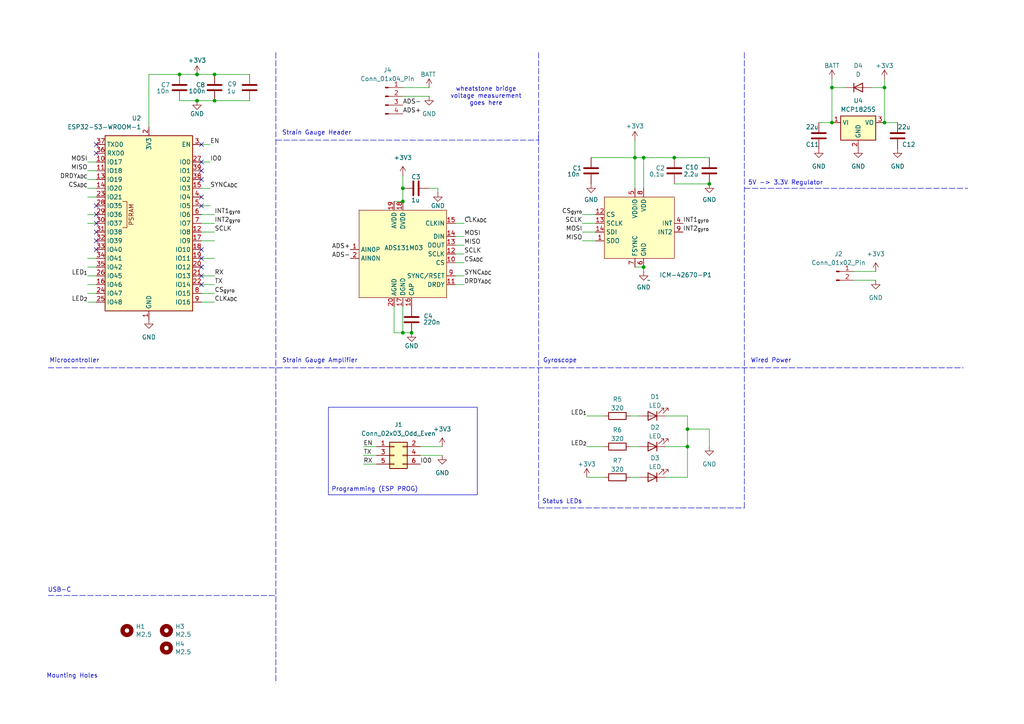
<source format=kicad_sch>
(kicad_sch (version 20231120) (generator "eeschema") (generator_version "8.0")
  (paper "A4")
  (lib_symbols
    (symbol "0_pwrmtr:ADS131M03"
      (property "Reference" "ADS131M03" (at -19.05 15.24 0))
      (symbol "ADS131M03_1_1"
        (rectangle (start -12.7 12.7) (end 12.7 -12.7) (fill (type background)))
        (pin input line (at -15.24 1.27 0) (length 2.54) (name "AIN0P") (number "1"))
        (pin input line (at 15.24 -2.54 180) (length 2.54) (name "CS") (number "10"))
        (pin input line (at 15.24 -8.89 180) (length 2.54) (name "DRDY") (number "11"))
        (pin input line (at 15.24 0 180) (length 2.54) (name "SCLK") (number "12"))
        (pin input line (at 15.24 2.54 180) (length 2.54) (name "DOUT") (number "13"))
        (pin input line (at 15.24 5.08 180) (length 2.54) (name "DIN") (number "14"))
        (pin input line (at 15.24 8.89 180) (length 2.54) (name "CLKIN") (number "15"))
        (pin input line (at 2.54 -15.24 90) (length 2.54) (name "CAP") (number "16"))
        (pin input line (at 0 -15.24 90) (length 2.54) (name "DGND") (number "17"))
        (pin input line (at 0 15.24 270) (length 2.54) (name "DVDD") (number "18"))
        (pin input line (at -2.54 15.24 270) (length 2.54) (name "AVDD") (number "19"))
        (pin input line (at -15.24 -1.27 0) (length 2.54) (name "AIN0N") (number "2"))
        (pin input line (at -2.54 -15.24 90) (length 2.54) (name "AGND") (number "20"))
        (pin input line (at -15.24 -8.89 0) (length 2.54) hide (name "AIN1N") (number "3"))
        (pin input line (at -15.24 -10.16 0) (length 2.54) hide (name "AIN1P") (number "4"))
        (pin input line (at -15.24 -11.43 0) (length 2.54) hide (name "AIN2P") (number "5"))
        (pin input line (at -12.7 -15.24 90) (length 2.54) hide (name "AIN2N") (number "6"))
        (pin input line (at -11.43 -15.24 90) (length 2.54) hide (name "NC") (number "7"))
        (pin input line (at -10.16 -15.24 90) (length 2.54) hide (name "NC") (number "8"))
        (pin input line (at 15.24 -6.35 180) (length 2.54) (name "SYNC/RSET") (number "9"))
      )
    )
    (symbol "0_pwrmtr:ICM-42670-P"
      (property "Reference" "ICM-42670-P" (at -21.59 12.7 0))
      (symbol "ICM-42670-P_1_1"
        (rectangle (start -10.16 8.89) (end 10.16 -8.89) (fill (type background)))
        (pin input line (at -12.7 -3.81 0) (length 2.54) (name "SDO") (number "1"))
        (pin no_connect line (at 5.08 11.43 270) (length 2.54) hide (name "NC") (number "10"))
        (pin no_connect line (at 7.62 11.43 270) (length 2.54) hide (name "NC") (number "11"))
        (pin input line (at -12.7 3.81 0) (length 2.54) (name "CS") (number "12"))
        (pin input line (at -12.7 1.27 0) (length 2.54) (name "SCLK") (number "13"))
        (pin input line (at -12.7 -1.27 0) (length 2.54) (name "SDI") (number "14"))
        (pin no_connect line (at -7.62 11.43 270) (length 2.54) hide (name "NC") (number "2"))
        (pin no_connect line (at -5.08 11.43 270) (length 2.54) hide (name "NC") (number "3"))
        (pin input line (at 12.7 1.27 180) (length 2.54) (name "INT") (number "4"))
        (pin input line (at -1.27 11.43 270) (length 2.54) (name "VDDIO") (number "5"))
        (pin input line (at 1.27 -11.43 90) (length 2.54) (name "GND") (number "6"))
        (pin input line (at -1.27 -11.43 90) (length 2.54) (name "FSYNC") (number "7"))
        (pin input line (at 1.27 11.43 270) (length 2.54) (name "VDD") (number "8"))
        (pin input line (at 12.7 -1.27 180) (length 2.54) (name "INT2") (number "9"))
      )
    )
    (symbol "Connector:Conn_01x02_Pin" (pin_names (offset 1.016) hide)
      (property "Reference" "J" (at 0 2.54 0))
      (property "Value" "Conn_01x02_Pin" (at 0 -5.08 0))
      (symbol "Conn_01x02_Pin_1_1"
        (polyline (pts (xy 1.27 -2.54) (xy 0.8636 -2.54)) (stroke (width 0.1524)))
        (polyline (pts (xy 1.27 0) (xy 0.8636 0)) (stroke (width 0.1524)))
        (rectangle (start 0.8636 -2.413) (end 0 -2.667) (stroke (width 0.1524)) (fill (type outline)))
        (rectangle (start 0.8636 0.127) (end 0 -0.127) (stroke (width 0.1524)) (fill (type outline)))
        (pin passive line (at 5.08 0 180) (length 3.81) (name "Pin_1") (number "1"))
        (pin passive line (at 5.08 -2.54 180) (length 3.81) (name "Pin_2") (number "2"))
      )
    )
    (symbol "Connector:Conn_01x04_Pin" (pin_names (offset 1.016) hide)
      (property "Reference" "J" (at 0 5.08 0))
      (property "Value" "Conn_01x04_Pin" (at 0 -7.62 0))
      (symbol "Conn_01x04_Pin_1_1"
        (polyline (pts (xy 1.27 -5.08) (xy 0.8636 -5.08)) (stroke (width 0.1524)))
        (polyline (pts (xy 1.27 -2.54) (xy 0.8636 -2.54)) (stroke (width 0.1524)))
        (polyline (pts (xy 1.27 0) (xy 0.8636 0)) (stroke (width 0.1524)))
        (polyline (pts (xy 1.27 2.54) (xy 0.8636 2.54)) (stroke (width 0.1524)))
        (rectangle (start 0.8636 -4.953) (end 0 -5.207) (stroke (width 0.1524)) (fill (type outline)))
        (rectangle (start 0.8636 -2.413) (end 0 -2.667) (stroke (width 0.1524)) (fill (type outline)))
        (rectangle (start 0.8636 0.127) (end 0 -0.127) (stroke (width 0.1524)) (fill (type outline)))
        (rectangle (start 0.8636 2.667) (end 0 2.413) (stroke (width 0.1524)) (fill (type outline)))
        (pin passive line (at 5.08 2.54 180) (length 3.81) (name "Pin_1") (number "1"))
        (pin passive line (at 5.08 0 180) (length 3.81) (name "Pin_2") (number "2"))
        (pin passive line (at 5.08 -2.54 180) (length 3.81) (name "Pin_3") (number "3"))
        (pin passive line (at 5.08 -5.08 180) (length 3.81) (name "Pin_4") (number "4"))
      )
    )
    (symbol "Connector_Generic:Conn_02x03_Odd_Even" (pin_names (offset 1.016) hide)
      (property "Reference" "J" (at 1.27 5.08 0))
      (property "Value" "Conn_02x03_Odd_Even" (at 1.27 -5.08 0))
      (symbol "Conn_02x03_Odd_Even_1_1"
        (rectangle (start -1.27 -2.413) (end 0 -2.667) (stroke (width 0.1524)))
        (rectangle (start -1.27 0.127) (end 0 -0.127) (stroke (width 0.1524)))
        (rectangle (start -1.27 2.667) (end 0 2.413) (stroke (width 0.1524)))
        (rectangle (start -1.27 3.81) (end 3.81 -3.81) (stroke (width 0.254)) (fill (type background)))
        (rectangle (start 3.81 -2.413) (end 2.54 -2.667) (stroke (width 0.1524)))
        (rectangle (start 3.81 0.127) (end 2.54 -0.127) (stroke (width 0.1524)))
        (rectangle (start 3.81 2.667) (end 2.54 2.413) (stroke (width 0.1524)))
        (pin passive line (at -5.08 2.54 0) (length 3.81) (name "Pin_1") (number "1"))
        (pin passive line (at 7.62 2.54 180) (length 3.81) (name "Pin_2") (number "2"))
        (pin passive line (at -5.08 0 0) (length 3.81) (name "Pin_3") (number "3"))
        (pin passive line (at 7.62 0 180) (length 3.81) (name "Pin_4") (number "4"))
        (pin passive line (at -5.08 -2.54 0) (length 3.81) (name "Pin_5") (number "5"))
        (pin passive line (at 7.62 -2.54 180) (length 3.81) (name "Pin_6") (number "6"))
      )
    )
    (symbol "Device:C" (pin_numbers hide) (pin_names (offset 0.254))
      (property "Reference" "C" (at 0.635 2.54 0))
      (property "Value" "C" (at 0.635 -2.54 0))
      (symbol "C_0_1"
        (polyline (pts (xy -2.032 -0.762) (xy 2.032 -0.762)) (stroke (width 0.508)))
        (polyline (pts (xy -2.032 0.762) (xy 2.032 0.762)) (stroke (width 0.508)))
      )
      (symbol "C_1_1"
        (pin passive line (at 0 3.81 270) (length 2.794) (name "~") (number "1"))
        (pin passive line (at 0 -3.81 90) (length 2.794) (name "~") (number "2"))
      )
    )
    (symbol "Device:D" (pin_numbers hide) (pin_names (offset 1.016) hide)
      (property "Reference" "D" (at 0 2.54 0))
      (property "Value" "D" (at 0 -2.54 0))
      (symbol "D_0_1"
        (polyline (pts (xy -1.27 1.27) (xy -1.27 -1.27)) (stroke (width 0.254)))
        (polyline (pts (xy 1.27 0) (xy -1.27 0)))
        (polyline (pts (xy 1.27 1.27) (xy 1.27 -1.27) (xy -1.27 0) (xy 1.27 1.27)) (stroke (width 0.254)))
      )
      (symbol "D_1_1"
        (pin passive line (at -3.81 0 0) (length 2.54) (name "K") (number "1"))
        (pin passive line (at 3.81 0 180) (length 2.54) (name "A") (number "2"))
      )
    )
    (symbol "Device:LED" (pin_numbers hide) (pin_names (offset 1.016) hide)
      (property "Reference" "D" (at 0 2.54 0))
      (property "Value" "LED" (at 0 -2.54 0))
      (symbol "LED_0_1"
        (polyline (pts (xy -1.27 -1.27) (xy -1.27 1.27)) (stroke (width 0.254)))
        (polyline (pts (xy -1.27 0) (xy 1.27 0)))
        (polyline (pts (xy 1.27 -1.27) (xy 1.27 1.27) (xy -1.27 0) (xy 1.27 -1.27)) (stroke (width 0.254)))
        (polyline (pts (xy -3.048 -0.762) (xy -4.572 -2.286) (xy -3.81 -2.286) (xy -4.572 -2.286) (xy -4.572 -1.524)))
        (polyline (pts (xy -1.778 -0.762) (xy -3.302 -2.286) (xy -2.54 -2.286) (xy -3.302 -2.286) (xy -3.302 -1.524)))
      )
      (symbol "LED_1_1"
        (pin passive line (at -3.81 0 0) (length 2.54) (name "K") (number "1"))
        (pin passive line (at 3.81 0 180) (length 2.54) (name "A") (number "2"))
      )
    )
    (symbol "Device:R" (pin_numbers hide) (pin_names (offset 0))
      (property "Reference" "R" (at 2.032 0 90))
      (property "Value" "R" (at 0 0 90))
      (symbol "R_0_1"
        (rectangle (start -1.016 -2.54) (end 1.016 2.54) (stroke (width 0.254)))
      )
      (symbol "R_1_1"
        (pin passive line (at 0 3.81 270) (length 1.27) (name "~") (number "1"))
        (pin passive line (at 0 -3.81 90) (length 1.27) (name "~") (number "2"))
      )
    )
    (symbol "Mechanical:MountingHole" (pin_names (offset 1.016))
      (property "Reference" "H" (at 0 5.08 0))
      (property "Value" "MountingHole" (at 0 3.175 0))
      (symbol "MountingHole_0_1"
        (circle (center 0 0) (radius 1.27) (stroke (width 1.27)))
      )
    )
    (symbol "RF_Module:ESP32-S3-WROOM-1"
      (property "Reference" "U" (at -12.7 26.67 0))
      (property "Value" "ESP32-S3-WROOM-1" (at 12.7 26.67 0))
      (symbol "ESP32-S3-WROOM-1_0_0"
        (rectangle (start -12.7 25.4) (end 12.7 -25.4) (stroke (width 0.254)) (fill (type background)))
        (text "PSRAM" (at 5.08 2.54 900) (effects (font (size 1.27 1.27))))
      )
      (symbol "ESP32-S3-WROOM-1_0_1"
        (polyline (pts (xy 7.62 -1.27) (xy 6.35 -1.27) (xy 6.35 6.35) (xy 7.62 6.35)))
      )
      (symbol "ESP32-S3-WROOM-1_1_1"
        (pin power_in line (at 0 -27.94 90) (length 2.54) (name "GND") (number "1"))
        (pin bidirectional line (at 15.24 17.78 180) (length 2.54) (name "IO17") (number "10"))
        (pin bidirectional line (at 15.24 15.24 180) (length 2.54) (name "IO18") (number "11"))
        (pin bidirectional line (at -15.24 -2.54 0) (length 2.54) (name "IO8") (number "12"))
        (pin bidirectional line (at 15.24 12.7 180) (length 2.54) (name "IO19") (number "13"))
        (pin bidirectional line (at 15.24 10.16 180) (length 2.54) (name "IO20") (number "14"))
        (pin bidirectional line (at -15.24 10.16 0) (length 2.54) (name "IO3") (number "15"))
        (pin bidirectional line (at 15.24 -17.78 180) (length 2.54) (name "IO46") (number "16"))
        (pin bidirectional line (at -15.24 -5.08 0) (length 2.54) (name "IO9") (number "17"))
        (pin bidirectional line (at -15.24 -7.62 0) (length 2.54) (name "IO10") (number "18"))
        (pin bidirectional line (at -15.24 -10.16 0) (length 2.54) (name "IO11") (number "19"))
        (pin power_in line (at 0 27.94 270) (length 2.54) (name "3V3") (number "2"))
        (pin bidirectional line (at -15.24 -12.7 0) (length 2.54) (name "IO12") (number "20"))
        (pin bidirectional line (at -15.24 -15.24 0) (length 2.54) (name "IO13") (number "21"))
        (pin bidirectional line (at -15.24 -17.78 0) (length 2.54) (name "IO14") (number "22"))
        (pin bidirectional line (at 15.24 7.62 180) (length 2.54) (name "IO21") (number "23"))
        (pin bidirectional line (at 15.24 -20.32 180) (length 2.54) (name "IO47") (number "24"))
        (pin bidirectional line (at 15.24 -22.86 180) (length 2.54) (name "IO48") (number "25"))
        (pin bidirectional line (at 15.24 -15.24 180) (length 2.54) (name "IO45") (number "26"))
        (pin bidirectional line (at -15.24 17.78 0) (length 2.54) (name "IO0") (number "27"))
        (pin bidirectional line (at 15.24 5.08 180) (length 2.54) (name "IO35") (number "28"))
        (pin bidirectional line (at 15.24 2.54 180) (length 2.54) (name "IO36") (number "29"))
        (pin input line (at -15.24 22.86 0) (length 2.54) (name "EN") (number "3"))
        (pin bidirectional line (at 15.24 0 180) (length 2.54) (name "IO37") (number "30"))
        (pin bidirectional line (at 15.24 -2.54 180) (length 2.54) (name "IO38") (number "31"))
        (pin bidirectional line (at 15.24 -5.08 180) (length 2.54) (name "IO39") (number "32"))
        (pin bidirectional line (at 15.24 -7.62 180) (length 2.54) (name "IO40") (number "33"))
        (pin bidirectional line (at 15.24 -10.16 180) (length 2.54) (name "IO41") (number "34"))
        (pin bidirectional line (at 15.24 -12.7 180) (length 2.54) (name "IO42") (number "35"))
        (pin bidirectional line (at 15.24 20.32 180) (length 2.54) (name "RXD0") (number "36"))
        (pin bidirectional line (at 15.24 22.86 180) (length 2.54) (name "TXD0") (number "37"))
        (pin bidirectional line (at -15.24 12.7 0) (length 2.54) (name "IO2") (number "38"))
        (pin bidirectional line (at -15.24 15.24 0) (length 2.54) (name "IO1") (number "39"))
        (pin bidirectional line (at -15.24 7.62 0) (length 2.54) (name "IO4") (number "4"))
        (pin passive line (at 0 -27.94 90) (length 2.54) hide (name "GND") (number "40"))
        (pin passive line (at 0 -27.94 90) (length 2.54) hide (name "GND") (number "41"))
        (pin bidirectional line (at -15.24 5.08 0) (length 2.54) (name "IO5") (number "5"))
        (pin bidirectional line (at -15.24 2.54 0) (length 2.54) (name "IO6") (number "6"))
        (pin bidirectional line (at -15.24 0 0) (length 2.54) (name "IO7") (number "7"))
        (pin bidirectional line (at -15.24 -20.32 0) (length 2.54) (name "IO15") (number "8"))
        (pin bidirectional line (at -15.24 -22.86 0) (length 2.54) (name "IO16") (number "9"))
      )
    )
    (symbol "Regulator_Linear:MCP1825S"
      (property "Reference" "U" (at -3.81 3.175 0))
      (property "Value" "MCP1825S" (at 0 3.175 0))
      (symbol "MCP1825S_0_1"
        (rectangle (start -5.08 1.905) (end 5.08 -5.08) (stroke (width 0.254)) (fill (type background)))
      )
      (symbol "MCP1825S_1_1"
        (pin power_in line (at -7.62 0 0) (length 2.54) (name "VI") (number "1"))
        (pin power_in line (at 0 -7.62 90) (length 2.54) (name "GND") (number "2"))
        (pin power_out line (at 7.62 0 180) (length 2.54) (name "VO") (number "3"))
      )
    )
    (symbol "power:+3.3V" (power) (pin_names (offset 0))
      (property "Value" "+3.3V" (at 0 3.556 0))
      (symbol "+3.3V_0_1"
        (polyline (pts (xy -0.762 1.27) (xy 0 2.54)))
        (polyline (pts (xy 0 0) (xy 0 2.54)))
        (polyline (pts (xy 0 2.54) (xy 0.762 1.27)))
      )
      (symbol "+3.3V_1_1"
        (pin power_in line (at 0 0 90) (length 0) hide (name "+3.3V") (number "1"))
      )
    )
    (symbol "power:+3V3" (power) (pin_numbers hide) (pin_names (offset 0) hide)
      (property "Value" "+3V3" (at 0 3.556 0))
      (symbol "+3V3_0_1"
        (polyline (pts (xy -0.762 1.27) (xy 0 2.54)))
        (polyline (pts (xy 0 0) (xy 0 2.54)))
        (polyline (pts (xy 0 2.54) (xy 0.762 1.27)))
      )
      (symbol "+3V3_1_1"
        (pin power_in line (at 0 0 90) (length 0) (name "~") (number "1"))
      )
    )
    (symbol "power:+5V" (power) (pin_numbers hide) (pin_names (offset 0) hide)
      (property "Value" "+5V" (at 0 3.556 0))
      (symbol "+5V_0_1"
        (polyline (pts (xy -0.762 1.27) (xy 0 2.54)))
        (polyline (pts (xy 0 0) (xy 0 2.54)))
        (polyline (pts (xy 0 2.54) (xy 0.762 1.27)))
      )
      (symbol "+5V_1_1"
        (pin power_in line (at 0 0 90) (length 0) (name "~") (number "1"))
      )
    )
    (symbol "power:GND" (power) (pin_numbers hide) (pin_names (offset 0) hide)
      (property "Value" "GND" (at 0 -3.81 0))
      (symbol "GND_0_1"
        (polyline (pts (xy 0 0) (xy 0 -1.27) (xy 1.27 -1.27) (xy 0 -2.54) (xy -1.27 -1.27) (xy 0 -1.27)))
      )
      (symbol "GND_1_1"
        (pin power_in line (at 0 0 270) (length 0) (name "~") (number "1"))
      )
    )
  )
  (junction (at 241.3 35.56))
  (junction (at 205.74 53.34))
  (junction (at 199.39 129.54))
  (junction (at 195.58 45.72))
  (junction (at 184.15 45.72))
  (junction (at 116.84 96.52))
  (junction (at 256.54 35.56))
  (junction (at 119.38 96.52))
  (junction (at 241.3 25.4))
  (junction (at 57.15 21.59))
  (junction (at 199.39 124.46))
  (junction (at 256.54 25.4))
  (junction (at 116.84 54.61))
  (junction (at 57.15 29.21))
  (junction (at 116.84 58.42))
  (junction (at 62.23 21.59))
  (junction (at 52.07 21.59))
  (junction (at 186.69 45.72))
  (junction (at 186.69 77.47))
  (junction (at 62.23 29.21))
  (no_connect (at 27.94 62.23))
  (no_connect (at 27.94 72.39))
  (no_connect (at 58.42 52.07))
  (no_connect (at 27.94 41.91))
  (no_connect (at 58.42 46.99))
  (no_connect (at 58.42 74.93))
  (no_connect (at 58.42 77.47))
  (no_connect (at 27.94 69.85))
  (no_connect (at 27.94 59.69))
  (no_connect (at 58.42 49.53))
  (no_connect (at 58.42 57.15))
  (no_connect (at 58.42 80.01))
  (no_connect (at 27.94 67.31))
  (no_connect (at 58.42 82.55))
  (no_connect (at 58.42 72.39))
  (no_connect (at 58.42 59.69))
  (no_connect (at 27.94 64.77))
  (no_connect (at 58.42 41.91))
  (no_connect (at 27.94 44.45))
  (wire (pts (xy 237.49 35.56) (xy 241.3 35.56)))
  (wire (pts (xy 182.88 129.54) (xy 185.42 129.54)))
  (wire (pts (xy 114.3 96.52) (xy 116.84 96.52)))
  (wire (pts (xy 58.42 87.63) (xy 62.23 87.63)))
  (wire (pts (xy 168.91 69.85) (xy 172.72 69.85)))
  (wire (pts (xy 195.58 53.34) (xy 205.74 53.34)))
  (wire (pts (xy 105.41 129.54) (xy 109.22 129.54)))
  (polyline (pts (xy 80.01 15.24) (xy 80.01 106.68)) (stroke (width 0) (type dash)))
  (polyline (pts (xy 13.97 172.72) (xy 80.01 172.72)) (stroke (width 0) (type dash)))
  (wire (pts (xy 116.84 50.8) (xy 116.84 54.61)))
  (wire (pts (xy 57.15 29.21) (xy 62.23 29.21)))
  (wire (pts (xy 184.15 45.72) (xy 186.69 45.72)))
  (wire (pts (xy 199.39 124.46) (xy 199.39 129.54)))
  (wire (pts (xy 184.15 40.64) (xy 184.15 45.72)))
  (wire (pts (xy 182.88 120.65) (xy 185.42 120.65)))
  (wire (pts (xy 170.18 120.65) (xy 175.26 120.65)))
  (wire (pts (xy 57.15 21.59) (xy 62.23 21.59)))
  (wire (pts (xy 199.39 129.54) (xy 199.39 138.43)))
  (wire (pts (xy 62.23 85.09) (xy 58.42 85.09)))
  (wire (pts (xy 52.07 21.59) (xy 57.15 21.59)))
  (wire (pts (xy 58.42 74.93) (xy 62.23 74.93)))
  (wire (pts (xy 52.07 29.21) (xy 57.15 29.21)))
  (wire (pts (xy 199.39 124.46) (xy 205.74 124.46)))
  (wire (pts (xy 195.58 45.72) (xy 205.74 45.72)))
  (wire (pts (xy 43.18 21.59) (xy 52.07 21.59)))
  (wire (pts (xy 62.23 29.21) (xy 72.39 29.21)))
  (polyline (pts (xy 80.01 106.68) (xy 80.01 198.12)) (stroke (width 0) (type dash)))
  (wire (pts (xy 199.39 120.65) (xy 199.39 124.46)))
  (wire (pts (xy 25.4 49.53) (xy 27.94 49.53)))
  (wire (pts (xy 170.18 129.54) (xy 175.26 129.54)))
  (wire (pts (xy 184.15 45.72) (xy 184.15 54.61)))
  (wire (pts (xy 132.08 68.58) (xy 134.62 68.58)))
  (wire (pts (xy 186.69 78.74) (xy 186.69 77.47)))
  (wire (pts (xy 132.08 82.55) (xy 134.62 82.55)))
  (wire (pts (xy 124.46 25.4) (xy 116.84 25.4)))
  (wire (pts (xy 184.15 77.47) (xy 186.69 77.47)))
  (wire (pts (xy 58.42 67.31) (xy 62.23 67.31)))
  (wire (pts (xy 116.84 88.9) (xy 116.84 96.52)))
  (wire (pts (xy 127 54.61) (xy 127 55.88)))
  (wire (pts (xy 256.54 25.4) (xy 256.54 35.56)))
  (wire (pts (xy 254 78.74) (xy 247.65 78.74)))
  (wire (pts (xy 25.4 54.61) (xy 27.94 54.61)))
  (wire (pts (xy 186.69 54.61) (xy 186.69 45.72)))
  (wire (pts (xy 43.18 21.59) (xy 43.18 36.83)))
  (wire (pts (xy 252.73 25.4) (xy 256.54 25.4)))
  (wire (pts (xy 62.23 21.59) (xy 72.39 21.59)))
  (wire (pts (xy 132.08 80.01) (xy 134.62 80.01)))
  (wire (pts (xy 114.3 58.42) (xy 116.84 58.42)))
  (wire (pts (xy 132.08 64.77) (xy 134.62 64.77)))
  (polyline (pts (xy 156.21 40.64) (xy 156.21 39.37)) (stroke (width 0) (type dash)))
  (wire (pts (xy 25.4 77.47) (xy 27.94 77.47)))
  (wire (pts (xy 193.04 129.54) (xy 199.39 129.54)))
  (wire (pts (xy 193.04 120.65) (xy 199.39 120.65)))
  (wire (pts (xy 25.4 74.93) (xy 27.94 74.93)))
  (wire (pts (xy 58.42 46.99) (xy 60.96 46.99)))
  (wire (pts (xy 105.41 132.08) (xy 109.22 132.08)))
  (wire (pts (xy 128.27 132.08) (xy 121.92 132.08)))
  (wire (pts (xy 116.84 96.52) (xy 119.38 96.52)))
  (wire (pts (xy 25.4 80.01) (xy 27.94 80.01)))
  (wire (pts (xy 124.46 27.94) (xy 116.84 27.94)))
  (wire (pts (xy 25.4 85.09) (xy 27.94 85.09)))
  (wire (pts (xy 170.18 138.43) (xy 175.26 138.43)))
  (wire (pts (xy 205.74 124.46) (xy 205.74 129.54)))
  (wire (pts (xy 105.41 134.62) (xy 109.22 134.62)))
  (wire (pts (xy 58.42 64.77) (xy 62.23 64.77)))
  (wire (pts (xy 58.42 80.01) (xy 62.23 80.01)))
  (wire (pts (xy 193.04 138.43) (xy 199.39 138.43)))
  (wire (pts (xy 168.91 64.77) (xy 172.72 64.77)))
  (wire (pts (xy 260.35 35.56) (xy 256.54 35.56)))
  (polyline (pts (xy 156.21 147.32) (xy 215.9 147.32)) (stroke (width 0) (type dash)))
  (wire (pts (xy 116.84 54.61) (xy 116.84 58.42)))
  (wire (pts (xy 58.42 54.61) (xy 60.96 54.61)))
  (wire (pts (xy 132.08 76.2) (xy 134.62 76.2)))
  (wire (pts (xy 256.54 22.86) (xy 256.54 25.4)))
  (polyline (pts (xy 13.97 106.68) (xy 279.4 106.68)) (stroke (width 0) (type dash)))
  (wire (pts (xy 124.46 54.61) (xy 127 54.61)))
  (wire (pts (xy 25.4 64.77) (xy 27.94 64.77)))
  (wire (pts (xy 58.42 59.69) (xy 60.96 59.69)))
  (polyline (pts (xy 156.21 15.24) (xy 156.21 106.68)) (stroke (width 0) (type dash)))
  (wire (pts (xy 171.45 45.72) (xy 184.15 45.72)))
  (wire (pts (xy 241.3 22.86) (xy 241.3 25.4)))
  (polyline (pts (xy 80.01 40.64) (xy 156.21 40.64)) (stroke (width 0) (type dash)))
  (wire (pts (xy 58.42 69.85) (xy 62.23 69.85)))
  (wire (pts (xy 241.3 25.4) (xy 245.11 25.4)))
  (wire (pts (xy 25.4 46.99) (xy 27.94 46.99)))
  (wire (pts (xy 25.4 62.23) (xy 27.94 62.23)))
  (polyline (pts (xy 215.9 54.61) (xy 280.67 54.61)) (stroke (width 0) (type dash)))
  (wire (pts (xy 58.42 82.55) (xy 62.23 82.55)))
  (wire (pts (xy 168.91 62.23) (xy 172.72 62.23)))
  (polyline (pts (xy 156.21 106.68) (xy 156.21 147.32)) (stroke (width 0) (type dash)))
  (wire (pts (xy 25.4 87.63) (xy 27.94 87.63)))
  (wire (pts (xy 168.91 67.31) (xy 172.72 67.31)))
  (wire (pts (xy 25.4 57.15) (xy 27.94 57.15)))
  (polyline (pts (xy 215.9 147.32) (xy 215.9 106.68)) (stroke (width 0) (type dash)))
  (wire (pts (xy 114.3 88.9) (xy 114.3 96.52)))
  (wire (pts (xy 58.42 41.91) (xy 60.96 41.91)))
  (wire (pts (xy 58.42 62.23) (xy 62.23 62.23)))
  (wire (pts (xy 186.69 45.72) (xy 195.58 45.72)))
  (polyline (pts (xy 215.9 15.24) (xy 215.9 106.68)) (stroke (width 0) (type dash)))
  (wire (pts (xy 25.4 52.07) (xy 27.94 52.07)))
  (wire (pts (xy 128.27 129.54) (xy 121.92 129.54)))
  (wire (pts (xy 247.65 81.28) (xy 254 81.28)))
  (wire (pts (xy 182.88 138.43) (xy 185.42 138.43)))
  (wire (pts (xy 132.08 73.66) (xy 134.62 73.66)))
  (wire (pts (xy 241.3 25.4) (xy 241.3 35.56)))
  (wire (pts (xy 132.08 71.12) (xy 134.62 71.12)))
  (wire (pts (xy 25.4 82.55) (xy 27.94 82.55)))
  (rectangle (start 95.25 118.11) (end 138.43 143.51))
  (text "Strain Gauge Header" (at 81.788 38.608 0) (effects (font (size 1.27 1.27)) (justify left)))
  (text "Strain Gauge Amplifier" (at 81.788 104.648 0) (effects (font (size 1.27 1.27)) (justify left)))
  (text "wheatstone bridge\nvoltage measurement\ngoes here" (at 140.97 27.94 0) (effects (font (size 1.27 1.27))))
  (text "Status LEDs" (at 157.226 145.542 0) (effects (font (size 1.27 1.27)) (justify left)))
  (text "Mounting Holes" (at 13.462 196.85 0) (effects (font (size 1.27 1.27)) (justify left bottom)))
  (text "Programming (ESP PROG)" (at 108.712 141.986 0) (effects (font (size 1.27 1.27))))
  (text "Microcontroller" (at 21.59 104.648 0) (effects (font (size 1.27 1.27))))
  (text "5V -> 3.3V Regulator" (at 227.838 53.086 0) (effects (font (size 1.27 1.27))))
  (text "MPU6000 and ADS131\nare both using SPI" (at -34.036 69.088 0) (effects (font (size 1.27 1.27))))
  (text "Wired Power" (at 217.678 104.648 0) (effects (font (size 1.27 1.27)) (justify left)))
  (text "QUESTIONS\nhow can NC pins be used for PCB trace routing??\nfor I2C pins that i don't use, do i leave them floating or ground them?" (at -83.058 56.134 0) (effects (font (size 1.27 1.27)) (justify left)))
  (text "Gyroscope" (at 157.48 104.648 0) (effects (font (size 1.27 1.27)) (justify left)))
  (text "USB-C" (at 17.272 171.196 0) (effects (font (size 1.27 1.27))))
  (label "LED_{1}" (at 170.18 120.65 180))
  (label "CLK_{ADC}" (at 62.23 87.63 0))
  (label "SCLK" (at 134.62 73.66 0))
  (label "INT2_{gyro}" (at 62.23 64.77 0))
  (label "IO0" (at 60.96 46.99 0))
  (label "ADS+" (at 116.84 33.02 0))
  (label "LED_{1}" (at 25.4 80.01 180))
  (label "DRDY_{ADC}" (at 134.62 82.55 0))
  (label "IO0" (at 121.92 134.62 0))
  (label "RX" (at 62.23 80.01 0))
  (label "MOSI" (at 168.91 67.31 180))
  (label "CS_{ADC}" (at 134.62 76.2 0))
  (label "MOSI" (at 25.4 46.99 180))
  (label "RX" (at 105.41 134.62 0))
  (label "MISO" (at 134.62 71.12 0))
  (label "INT2_{gyro}" (at 198.12 67.31 0))
  (label "ADS-" (at 101.6 74.93 180))
  (label "CS_{gyro}" (at 168.91 62.23 180))
  (label "INT1_{gyro}" (at 62.23 62.23 0))
  (label "SYNC_{ADC}" (at 134.62 80.01 0))
  (label "MISO" (at 25.4 49.53 180))
  (label "SCLK" (at 168.91 64.77 180))
  (label "EN" (at 105.41 129.54 0))
  (label "SCLK" (at 62.23 67.31 0))
  (label "ADS+" (at 101.6 72.39 180))
  (label "TX" (at 62.23 82.55 0))
  (label "LED_{2}" (at 170.18 129.54 180))
  (label "ADS-" (at 116.84 30.48 0))
  (label "TX" (at 105.41 132.08 0))
  (label "LED_{2}" (at 25.4 87.63 180))
  (label "EN" (at 60.96 41.91 0))
  (label "CS_{ADC}" (at 25.4 54.61 180))
  (label "SYNC_{ADC}" (at 60.96 54.61 0))
  (label "CS_{gyro}" (at 62.23 85.09 0))
  (label "DRDY_{ADC}" (at 25.4 52.07 180))
  (label "CLK_{ADC}" (at 134.62 64.77 0))
  (label "MISO" (at 168.91 69.85 180))
  (label "MOSI" (at 134.62 68.58 0))
  (label "INT1_{gyro}" (at 198.12 64.77 0))
  (symbol (lib_id "Device:LED") (at 189.23 120.65 180) (unit 1)
    (property "Reference" "D1" (at 189.992 115.062 0))
    (property "Value" "LED" (at 189.992 117.602 0))
    (property "Footprint" "LED_SMD:LED_0402_1005Metric" (effects (hide yes)))
    (property "Description" "Light emitting diode" (effects (hide yes)))
  )
  (symbol (lib_id "power:GND") (at 127 55.88 0) (unit 1)
    (property "Reference" "#PWR010" (effects (hide yes)))
    (property "Value" "GND" (at 127 59.69 0))
    (property "Description" "Power symbol creates a global label with name \"GND\" , ground" (effects (hide yes)))
  )
  (symbol (lib_id "0_pwrmtr:ICM-42670-P") (at 185.42 66.04 0) (unit 1)
    (property "Reference" "ICM-42670-P1" (at 191.262 79.756 0) (effects (justify left)))
    (property "Value" "~" (at 187.6141 81.28 0) (effects (justify left)))
    (property "Footprint" "Package_LGA:LGA-14_3x2.5mm_P0.5mm_LayoutBorder3x4y" (effects (hide yes)))
  )
  (symbol (lib_id "power:GND") (at 124.46 27.94 0) (unit 1)
    (property "Reference" "#PWR027" (effects (hide yes)))
    (property "Value" "GND" (at 124.46 33.02 0))
    (property "Description" "Power symbol creates a global label with name \"GND\" , ground" (effects (hide yes)))
  )
  (symbol (lib_id "power:+3V3") (at 116.84 50.8 0) (unit 1)
    (property "Reference" "#PWR011" (effects (hide yes)))
    (property "Value" "+3V3" (at 116.84 45.72 0))
    (property "Description" "Power symbol creates a global label with name \"+3V3\"" (effects (hide yes)))
  )
  (symbol (lib_id "power:GND") (at 171.45 53.34 0) (unit 1)
    (property "Reference" "#PWR037" (effects (hide yes)))
    (property "Value" "GND" (at 171.45 57.912 0))
    (property "Description" "Power symbol creates a global label with name \"GND\" , ground" (effects (hide yes)))
  )
  (symbol (lib_id "Device:C") (at 120.65 54.61 270) (unit 1)
    (property "Reference" "C3" (at 120.65 51.308 90))
    (property "Value" "1u" (at 120.523 58.039 90))
    (property "Footprint" "Capacitor_SMD:C_0402_1005Metric" (effects (hide yes)))
    (property "Description" "Unpolarized capacitor" (effects (hide yes)))
  )
  (symbol (lib_id "power:GND") (at 254 81.28 0) (unit 1)
    (property "Reference" "#PWR05" (effects (hide yes)))
    (property "Value" "GND" (at 254 86.36 0))
    (property "Description" "Power symbol creates a global label with name \"GND\" , ground" (effects (hide yes)))
  )
  (symbol (lib_id "Device:R") (at 179.07 138.43 90) (unit 1)
    (property "Reference" "R7" (at 179.07 133.604 90))
    (property "Value" "320" (at 179.07 136.144 90))
    (property "Footprint" "Resistor_SMD:R_0402_1005Metric" (effects (hide yes)))
    (property "Description" "Resistor" (effects (hide yes)))
  )
  (symbol (lib_id "Device:C") (at 237.49 39.37 180) (unit 1)
    (property "Reference" "C11" (at 233.68 41.91 0) (effects (justify right)))
    (property "Value" "22u" (at 233.68 36.83 0) (effects (justify right)))
    (property "Footprint" "Capacitor_SMD:C_0402_1005Metric" (effects (hide yes)))
  )
  (symbol (lib_id "power:GND") (at 43.18 92.71 0) (unit 1)
    (property "Reference" "#PWR07" (effects (hide yes)))
    (property "Value" "GND" (at 43.18 97.79 0))
    (property "Description" "Power symbol creates a global label with name \"GND\" , ground" (effects (hide yes)))
  )
  (symbol (lib_id "power:+3.3V") (at 256.54 22.86 0) (unit 1)
    (property "Reference" "#PWR031" (effects (hide yes)))
    (property "Value" "+3V3" (at 256.54 19.05 0))
  )
  (symbol (lib_id "power:GND") (at 57.15 29.21 0) (unit 1)
    (property "Reference" "#PWR06" (effects (hide yes)))
    (property "Value" "GND" (at 57.15 33.02 0))
    (property "Description" "Power symbol creates a global label with name \"GND\" , ground" (effects (hide yes)))
  )
  (symbol (lib_id "power:+5V") (at 241.3 22.86 0) (unit 1)
    (property "Reference" "#PWR015" (effects (hide yes)))
    (property "Value" "BATT" (at 241.3 19.05 0))
    (property "Description" "Power symbol creates a global label with name \"+5V\"" (effects (hide yes)))
  )
  (symbol (lib_id "Mechanical:MountingHole") (at 36.83 182.88 0) (unit 1)
    (property "Reference" "H1" (at 39.37 181.7116 0) (effects (justify left)))
    (property "Value" "M2.5" (at 39.37 184.023 0) (effects (justify left)))
    (property "Footprint" "MountingHole:MountingHole_2.7mm_M2.5" (effects (hide yes)))
  )
  (symbol (lib_id "Device:C") (at 119.38 92.71 180) (unit 1)
    (property "Reference" "C4" (at 124.206 91.694 0))
    (property "Value" "220n" (at 125.222 93.472 0))
    (property "Footprint" "Capacitor_SMD:C_0402_1005Metric" (effects (hide yes)))
    (property "Description" "Unpolarized capacitor" (effects (hide yes)))
  )
  (symbol (lib_id "power:GND") (at 248.92 43.18 0) (unit 1)
    (property "Reference" "#PWR030" (effects (hide yes)))
    (property "Value" "GND" (at 248.92 48.26 0))
  )
  (symbol (lib_id "Device:C") (at 171.45 49.53 180) (unit 1)
    (property "Reference" "C1" (at 167.386 48.768 0))
    (property "Value" "10n" (at 166.37 50.546 0))
    (property "Footprint" "Capacitor_SMD:C_0402_1005Metric" (effects (hide yes)))
    (property "Description" "Unpolarized capacitor" (effects (hide yes)))
  )
  (symbol (lib_id "power:+3V3") (at 184.15 40.64 0) (unit 1)
    (property "Reference" "#PWR024" (effects (hide yes)))
    (property "Value" "+3V3" (at 184.15 36.576 0))
    (property "Description" "Power symbol creates a global label with name \"+3V3\"" (effects (hide yes)))
  )
  (symbol (lib_id "Connector:Conn_01x02_Pin") (at 242.57 78.74 0) (unit 1)
    (property "Reference" "J2" (at 243.205 73.66 0))
    (property "Value" "Conn_01x02_Pin" (at 243.205 76.2 0))
    (property "Footprint" "Connector_PinHeader_1.27mm:PinHeader_1x02_P1.27mm_Vertical" (effects (hide yes)))
    (property "Description" "Generic connector, single row, 01x02, script generated" (effects (hide yes)))
  )
  (symbol (lib_id "Connector:Conn_01x04_Pin") (at 111.76 27.94 0) (unit 1)
    (property "Reference" "J4" (at 112.395 20.32 0))
    (property "Value" "Conn_01x04_Pin" (at 112.395 22.86 0))
    (property "Footprint" "Connector_JST:JST_EH_S4B-EH_1x04_P2.50mm_Horizontal" (effects (hide yes)))
    (property "Description" "Generic connector, single row, 01x04, script generated" (effects (hide yes)))
  )
  (symbol (lib_id "power:+3V3") (at 128.27 129.54 0) (unit 1)
    (property "Reference" "#PWR03" (effects (hide yes)))
    (property "Value" "+3V3" (at 128.27 124.46 0))
    (property "Description" "Power symbol creates a global label with name \"+3V3\"" (effects (hide yes)))
  )
  (symbol (lib_id "RF_Module:ESP32-S3-WROOM-1") (at 43.18 64.77 0) (mirror y) (unit 1)
    (property "Reference" "U2" (at 40.9859 34.29 0) (effects (justify left)))
    (property "Value" "ESP32-S3-WROOM-1" (at 40.9859 36.83 0) (effects (justify left)))
    (property "Footprint" "RF_Module:ESP32-S3-WROOM-1" (effects (hide yes)))
    (property "Datasheet" "https://www.espressif.com/sites/default/files/documentation/esp32-s3-wroom-1_wroom-1u_datasheet_en.pdf" (effects (hide yes)))
    (property "Description" "RF Module, ESP32-S3 SoC, Wi-Fi 802.11b/g/n, Bluetooth, BLE, 32-bit, 3.3V, onboard antenna, SMD" (effects (hide yes)))
  )
  (symbol (lib_id "power:+3V3") (at 124.46 25.4 0) (unit 1)
    (property "Reference" "#PWR026" (effects (hide yes)))
    (property "Value" "BATT" (at 124.206 21.59 0))
    (property "Description" "Power symbol creates a global label with name \"+3V3\"" (effects (hide yes)))
  )
  (symbol (lib_id "Mechanical:MountingHole") (at 48.26 182.88 0) (unit 1)
    (property "Reference" "H3" (at 50.8 181.7116 0) (effects (justify left)))
    (property "Value" "M2.5" (at 50.8 184.023 0) (effects (justify left)))
    (property "Footprint" "MountingHole:MountingHole_2.7mm_M2.5" (effects (hide yes)))
  )
  (symbol (lib_id "power:+3V3") (at 254 78.74 0) (unit 1)
    (property "Reference" "#PWR04" (effects (hide yes)))
    (property "Value" "+3V3" (at 254 73.66 0))
    (property "Description" "Power symbol creates a global label with name \"+3V3\"" (effects (hide yes)))
  )
  (symbol (lib_id "power:GND") (at 205.74 53.34 0) (unit 1)
    (property "Reference" "#PWR034" (effects (hide yes)))
    (property "Value" "GND" (at 205.74 57.912 0))
    (property "Description" "Power symbol creates a global label with name \"GND\" , ground" (effects (hide yes)))
  )
  (symbol (lib_id "Regulator_Linear:MCP1825S") (at 248.92 35.56 0) (unit 1)
    (property "Reference" "U4" (at 248.92 29.21 0))
    (property "Value" "MCP1825S" (at 248.92 31.75 0))
    (property "Footprint" "Package_TO_SOT_SMD:SOT-223-3_TabPin2" (effects (hide yes)))
    (property "Datasheet" "http://ww1.microchip.com/downloads/en/devicedoc/22056b.pdf" (effects (hide yes)))
    (property "Description" "500mA, Low-Voltage, Low Quiescent Current LDO Regulator, SOT-223, TO-220, TO-263" (effects (hide yes)))
  )
  (symbol (lib_id "power:GND") (at 119.38 96.52 0) (unit 1)
    (property "Reference" "#PWR02" (effects (hide yes)))
    (property "Value" "GND" (at 119.38 100.33 0))
    (property "Description" "Power symbol creates a global label with name \"GND\" , ground" (effects (hide yes)))
  )
  (symbol (lib_id "0_pwrmtr:ADS131M03") (at 116.84 73.66 0) (unit 1)
    (property "Reference" "ADS131M03" (at 117.094 71.882 0))
    (property "Value" "~" (at 135.89 62.8965 0))
    (property "Footprint" "0_stuff:ads" (effects (hide yes)))
  )
  (symbol (lib_id "Device:C") (at 205.74 49.53 180) (unit 1)
    (property "Reference" "C10" (at 200.66 48.514 0))
    (property "Value" "2.2u" (at 200.406 50.546 0))
    (property "Footprint" "Capacitor_SMD:C_0402_1005Metric" (effects (hide yes)))
    (property "Description" "Unpolarized capacitor" (effects (hide yes)))
  )
  (symbol (lib_id "Mechanical:MountingHole") (at 48.26 187.96 0) (unit 1)
    (property "Reference" "H4" (at 50.8 186.7916 0) (effects (justify left)))
    (property "Value" "M2.5" (at 50.8 189.103 0) (effects (justify left)))
    (property "Footprint" "MountingHole:MountingHole_2.7mm_M2.5" (effects (hide yes)))
  )
  (symbol (lib_id "Device:C") (at 52.07 25.4 180) (unit 1)
    (property "Reference" "C7" (at 48.006 24.638 0))
    (property "Value" "10n" (at 47.244 26.416 0))
    (property "Footprint" "Capacitor_SMD:C_0402_1005Metric" (effects (hide yes)))
    (property "Description" "Unpolarized capacitor" (effects (hide yes)))
  )
  (symbol (lib_id "Device:C") (at 62.23 25.4 180) (unit 1)
    (property "Reference" "C8" (at 58.166 24.638 0))
    (property "Value" "100n" (at 57.15 26.416 0))
    (property "Footprint" "Capacitor_SMD:C_0402_1005Metric" (effects (hide yes)))
    (property "Description" "Unpolarized capacitor" (effects (hide yes)))
  )
  (symbol (lib_id "power:GND") (at 260.35 43.18 0) (unit 1)
    (property "Reference" "#PWR032" (effects (hide yes)))
    (property "Value" "GND" (at 260.35 48.26 0))
  )
  (symbol (lib_id "Device:LED") (at 189.23 138.43 180) (unit 1)
    (property "Reference" "D3" (at 189.992 132.842 0))
    (property "Value" "LED" (at 189.992 135.382 0))
    (property "Footprint" "LED_SMD:LED_0402_1005Metric" (effects (hide yes)))
    (property "Description" "Light emitting diode" (effects (hide yes)))
  )
  (symbol (lib_id "Device:LED") (at 189.23 129.54 180) (unit 1)
    (property "Reference" "D2" (at 189.992 123.952 0))
    (property "Value" "LED" (at 189.992 126.492 0))
    (property "Footprint" "LED_SMD:LED_0402_1005Metric" (effects (hide yes)))
    (property "Description" "Light emitting diode" (effects (hide yes)))
  )
  (symbol (lib_id "Device:D") (at 248.92 25.4 0) (unit 1)
    (property "Reference" "D4" (at 248.92 19.05 0))
    (property "Value" "D" (at 248.92 21.59 0))
    (property "Footprint" "0_myfootprints:SD103CW" (effects (hide yes)))
    (property "Description" "Diode" (effects (hide yes)))
    (property "Sim.Device" "D" (effects (hide yes)))
    (property "Sim.Pins" "1=K 2=A" (effects (hide yes)))
  )
  (symbol (lib_id "Connector_Generic:Conn_02x03_Odd_Even") (at 114.3 132.08 0) (unit 1)
    (property "Reference" "J1" (at 115.57 123.19 0))
    (property "Value" "Conn_02x03_Odd_Even" (at 115.57 125.73 0))
    (property "Footprint" "Connector_IDC:IDC-Header_2x03_P2.54mm_Vertical" (effects (hide yes)))
    (property "Description" "Generic connector, double row, 02x03, odd/even pin numbering scheme (row 1 odd numbers, row 2 even numbers), script generated (kicad-library-utils/schlib/autogen/connector/)" (effects (hide yes)))
  )
  (symbol (lib_id "Device:C") (at 195.58 49.53 180) (unit 1)
    (property "Reference" "C2" (at 191.516 48.768 0))
    (property "Value" "0.1u" (at 190.5 50.546 0))
    (property "Footprint" "Capacitor_SMD:C_0402_1005Metric" (effects (hide yes)))
    (property "Description" "Unpolarized capacitor" (effects (hide yes)))
  )
  (symbol (lib_id "power:+3.3V") (at 170.18 138.43 0) (unit 1)
    (property "Reference" "#PWR016" (effects (hide yes)))
    (property "Value" "+3V3" (at 170.18 134.62 0))
  )
  (symbol (lib_id "power:GND") (at 128.27 132.08 0) (unit 1)
    (property "Reference" "#PWR08" (effects (hide yes)))
    (property "Value" "GND" (at 128.27 137.16 0))
    (property "Description" "Power symbol creates a global label with name \"GND\" , ground" (effects (hide yes)))
  )
  (symbol (lib_id "power:GND") (at 237.49 43.18 0) (unit 1)
    (property "Reference" "#PWR028" (effects (hide yes)))
    (property "Value" "GND" (at 237.49 48.26 0))
  )
  (symbol (lib_id "power:GND") (at 205.74 129.54 0) (unit 1)
    (property "Reference" "#PWR023" (effects (hide yes)))
    (property "Value" "GND" (at 205.74 134.62 0))
    (property "Description" "Power symbol creates a global label with name \"GND\" , ground" (effects (hide yes)))
  )
  (symbol (lib_id "Device:C") (at 72.39 25.4 180) (unit 1)
    (property "Reference" "C9" (at 67.31 24.384 0))
    (property "Value" "1u" (at 67.056 26.416 0))
    (property "Footprint" "Capacitor_SMD:C_0402_1005Metric" (effects (hide yes)))
    (property "Description" "Unpolarized capacitor" (effects (hide yes)))
  )
  (symbol (lib_id "Device:C") (at 260.35 39.37 180) (unit 1)
    (property "Reference" "C12" (at 261.62 41.91 0) (effects (justify right)))
    (property "Value" "22u" (at 260.35 36.83 0) (effects (justify right)))
    (property "Footprint" "Capacitor_SMD:C_0402_1005Metric" (effects (hide yes)))
  )
  (symbol (lib_id "Device:R") (at 179.07 129.54 90) (unit 1)
    (property "Reference" "R6" (at 179.07 124.714 90))
    (property "Value" "320" (at 179.07 127.254 90))
    (property "Footprint" "Resistor_SMD:R_0402_1005Metric" (effects (hide yes)))
    (property "Description" "Resistor" (effects (hide yes)))
  )
  (symbol (lib_id "power:GND") (at 186.69 78.74 0) (unit 1)
    (property "Reference" "#PWR012" (effects (hide yes)))
    (property "Value" "GND" (at 186.69 83.312 0))
    (property "Description" "Power symbol creates a global label with name \"GND\" , ground" (effects (hide yes)))
  )
  (symbol (lib_id "power:+3V3") (at 57.15 21.59 0) (unit 1)
    (property "Reference" "#PWR01" (effects (hide yes)))
    (property "Value" "+3V3" (at 57.15 17.526 0))
    (property "Description" "Power symbol creates a global label with name \"+3V3\"" (effects (hide yes)))
  )
  (symbol (lib_id "Device:R") (at 179.07 120.65 90) (unit 1)
    (property "Reference" "R5" (at 179.07 115.824 90))
    (property "Value" "320" (at 179.07 118.364 90))
    (property "Footprint" "Resistor_SMD:R_0402_1005Metric" (effects (hide yes)))
    (property "Description" "Resistor" (effects (hide yes)))
  )
)
</source>
